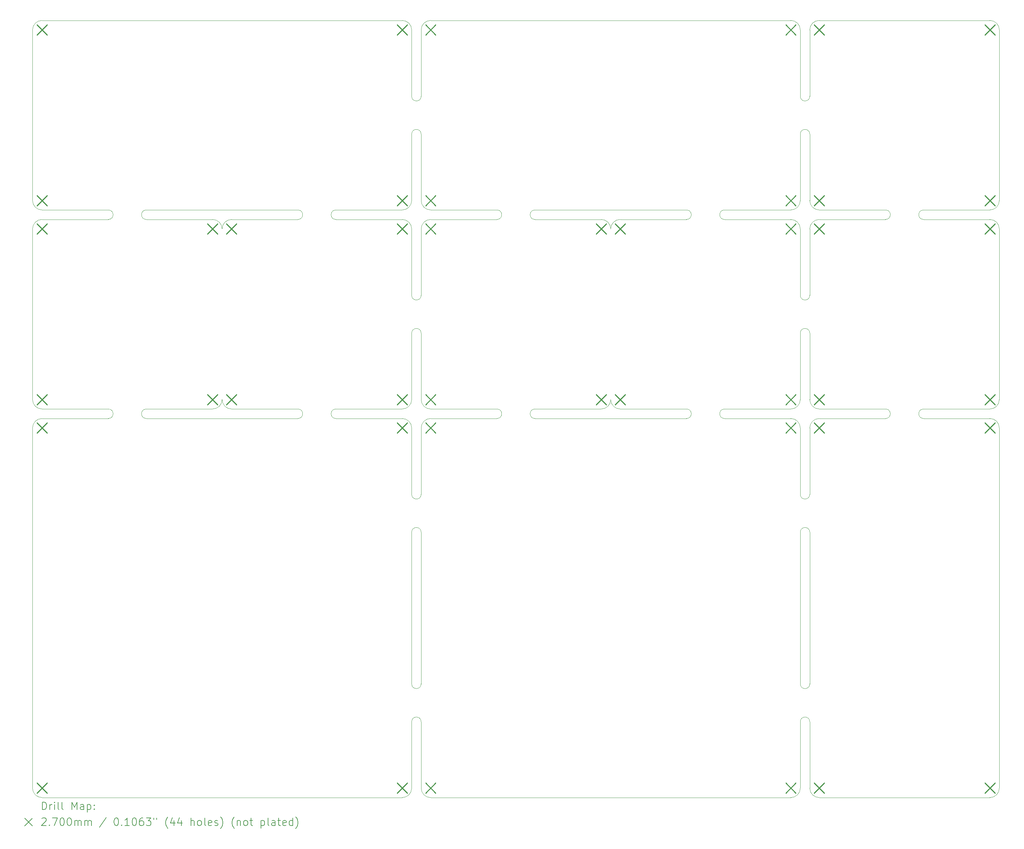
<source format=gbr>
%TF.GenerationSoftware,KiCad,Pcbnew,7.0.7*%
%TF.CreationDate,2023-10-11T15:53:21+01:00*%
%TF.ProjectId,Ru-PerfBoard,52752d50-6572-4664-926f-6172642e6b69,rev?*%
%TF.SameCoordinates,Original*%
%TF.FileFunction,Drillmap*%
%TF.FilePolarity,Positive*%
%FSLAX45Y45*%
G04 Gerber Fmt 4.5, Leading zero omitted, Abs format (unit mm)*
G04 Created by KiCad (PCBNEW 7.0.7) date 2023-10-11 15:53:21*
%MOMM*%
%LPD*%
G01*
G04 APERTURE LIST*
%ADD10C,0.100000*%
%ADD11C,0.200000*%
%ADD12C,0.270000*%
G04 APERTURE END LIST*
D10*
X7750000Y-3000000D02*
X17250000Y-3000000D01*
X33000000Y-13750000D02*
G75*
G03*
X32750000Y-13500000I-250000J0D01*
G01*
X32750000Y-13500000D02*
X31000000Y-13500000D01*
X17750000Y-7750000D02*
G75*
G03*
X18000000Y-8000000I250000J0D01*
G01*
X28000000Y-13750000D02*
X28000000Y-15500000D01*
X9500000Y-13500000D02*
X7750000Y-13500000D01*
X14500000Y-8250000D02*
G75*
G03*
X14500000Y-8000000I0J125000D01*
G01*
X31000000Y-13250000D02*
X32750000Y-13250000D01*
X27750000Y-20500000D02*
G75*
G03*
X28000000Y-20500000I125000J0D01*
G01*
X28250000Y-13500000D02*
X30000000Y-13500000D01*
X22750000Y-13000000D02*
G75*
G03*
X23000000Y-13250000I250000J0D01*
G01*
X33000000Y-7750000D02*
X33000000Y-3250000D01*
X33000000Y-3250000D02*
G75*
G03*
X32750000Y-3000000I-250000J0D01*
G01*
X27750000Y-3250000D02*
G75*
G03*
X27500000Y-3000000I-250000J0D01*
G01*
X17500000Y-21500000D02*
X17500000Y-23250000D01*
X14500000Y-13500000D02*
G75*
G03*
X14500000Y-13250000I0J125000D01*
G01*
X25750000Y-8000000D02*
X27500000Y-8000000D01*
X14500000Y-8000000D02*
X12750000Y-8000000D01*
X23000000Y-8000000D02*
X22500000Y-8000000D01*
X28250000Y-8250000D02*
X30000000Y-8250000D01*
X28000000Y-21500000D02*
G75*
G03*
X27750000Y-21500000I-125000J0D01*
G01*
X28000000Y-18750000D02*
X28000000Y-18250000D01*
X27750000Y-20500000D02*
X27750000Y-18750000D01*
X17500000Y-18750000D02*
X17500000Y-18250000D01*
X24750000Y-13500000D02*
G75*
G03*
X24750000Y-13250000I0J125000D01*
G01*
X20750000Y-13250000D02*
G75*
G03*
X20750000Y-13500000I0J-125000D01*
G01*
X17500000Y-13750000D02*
G75*
G03*
X17250000Y-13500000I-250000J0D01*
G01*
X9500000Y-8250000D02*
G75*
G03*
X9500000Y-8000000I0J125000D01*
G01*
X12500000Y-13000000D02*
G75*
G03*
X12750000Y-13250000I250000J0D01*
G01*
X17750000Y-13000000D02*
X17750000Y-11250000D01*
X15500000Y-13250000D02*
G75*
G03*
X15500000Y-13500000I0J-125000D01*
G01*
X18000000Y-3000000D02*
X27500000Y-3000000D01*
X17250000Y-23500000D02*
G75*
G03*
X17500000Y-23250000I0J250000D01*
G01*
X12750000Y-8250000D02*
X14500000Y-8250000D01*
X31000000Y-8000000D02*
G75*
G03*
X31000000Y-8250000I0J-125000D01*
G01*
X30000000Y-13250000D02*
X28250000Y-13250000D01*
X7500000Y-13000000D02*
X7500000Y-8500000D01*
X27750000Y-5000000D02*
G75*
G03*
X28000000Y-5000000I125000J0D01*
G01*
X25750000Y-13250000D02*
X27500000Y-13250000D01*
X10500000Y-8000000D02*
X12250000Y-8000000D01*
X17750000Y-21500000D02*
G75*
G03*
X17500000Y-21500000I-125000J0D01*
G01*
X17750000Y-23250000D02*
G75*
G03*
X18000000Y-23500000I250000J0D01*
G01*
X15500000Y-8000000D02*
X17250000Y-8000000D01*
X32750000Y-23500000D02*
G75*
G03*
X33000000Y-23250000I0J250000D01*
G01*
X28000000Y-18250000D02*
X28000000Y-16500000D01*
X7500000Y-23250000D02*
X7500000Y-13750000D01*
X17500000Y-20500000D02*
X17500000Y-18750000D01*
X27500000Y-23500000D02*
G75*
G03*
X27750000Y-23250000I0J250000D01*
G01*
X20750000Y-8000000D02*
X22500000Y-8000000D01*
X32750000Y-13250000D02*
G75*
G03*
X33000000Y-13000000I0J250000D01*
G01*
X7750000Y-8250000D02*
G75*
G03*
X7500000Y-8500000I0J-250000D01*
G01*
X12750000Y-13250000D02*
X14500000Y-13250000D01*
X17750000Y-11250000D02*
G75*
G03*
X17500000Y-11250000I-125000J0D01*
G01*
X17250000Y-23500000D02*
X7750000Y-23500000D01*
X12750000Y-8250000D02*
G75*
G03*
X12500000Y-8500000I0J-250000D01*
G01*
X23000000Y-13500000D02*
X24750000Y-13500000D01*
X7750000Y-13250000D02*
X9500000Y-13250000D01*
X27500000Y-8000000D02*
G75*
G03*
X27750000Y-7750000I0J250000D01*
G01*
X28000000Y-23250000D02*
G75*
G03*
X28250000Y-23500000I250000J0D01*
G01*
X17500000Y-8500000D02*
G75*
G03*
X17250000Y-8250000I-250000J0D01*
G01*
X27750000Y-13750000D02*
G75*
G03*
X27500000Y-13500000I-250000J0D01*
G01*
X17750000Y-18750000D02*
X17750000Y-20500000D01*
X12500000Y-8500000D02*
G75*
G03*
X12250000Y-8250000I-250000J0D01*
G01*
X17500000Y-5000000D02*
X17500000Y-3250000D01*
X20750000Y-13250000D02*
X22500000Y-13250000D01*
X22500000Y-13500000D02*
X20750000Y-13500000D01*
X22750000Y-8500000D02*
G75*
G03*
X22500000Y-8250000I-250000J0D01*
G01*
X17500000Y-15500000D02*
X17500000Y-13750000D01*
X27500000Y-23500000D02*
X18000000Y-23500000D01*
X23000000Y-8250000D02*
X24750000Y-8250000D01*
X17750000Y-23250000D02*
X17750000Y-21500000D01*
X27750000Y-10250000D02*
X27750000Y-8500000D01*
X28000000Y-3250000D02*
X28000000Y-5000000D01*
X7500000Y-7750000D02*
G75*
G03*
X7750000Y-8000000I250000J0D01*
G01*
X7750000Y-8250000D02*
X9500000Y-8250000D01*
X12250000Y-13500000D02*
X12750000Y-13500000D01*
X19750000Y-13250000D02*
X18000000Y-13250000D01*
X28000000Y-11250000D02*
G75*
G03*
X27750000Y-11250000I-125000J0D01*
G01*
X17750000Y-13750000D02*
X17750000Y-15500000D01*
X28000000Y-8500000D02*
X28000000Y-10250000D01*
X15500000Y-13500000D02*
X17250000Y-13500000D01*
X27750000Y-6000000D02*
X27750000Y-7750000D01*
X33000000Y-13750000D02*
X33000000Y-23250000D01*
X19750000Y-8250000D02*
G75*
G03*
X19750000Y-8000000I0J125000D01*
G01*
X12250000Y-8000000D02*
X12750000Y-8000000D01*
X33000000Y-8500000D02*
G75*
G03*
X32750000Y-8250000I-250000J0D01*
G01*
X28250000Y-3000000D02*
X32750000Y-3000000D01*
X20750000Y-8000000D02*
G75*
G03*
X20750000Y-8250000I0J-125000D01*
G01*
X17500000Y-3250000D02*
G75*
G03*
X17250000Y-3000000I-250000J0D01*
G01*
X12250000Y-13250000D02*
G75*
G03*
X12500000Y-13000000I0J250000D01*
G01*
X30000000Y-8000000D02*
X28250000Y-8000000D01*
X15500000Y-8000000D02*
G75*
G03*
X15500000Y-8250000I0J-125000D01*
G01*
X17500000Y-11250000D02*
X17500000Y-13000000D01*
X7750000Y-3000000D02*
G75*
G03*
X7500000Y-3250000I0J-250000D01*
G01*
X23000000Y-13500000D02*
X22500000Y-13500000D01*
X30000000Y-13500000D02*
G75*
G03*
X30000000Y-13250000I0J125000D01*
G01*
X19750000Y-8000000D02*
X18000000Y-8000000D01*
X7500000Y-7750000D02*
X7500000Y-3250000D01*
X7750000Y-13500000D02*
G75*
G03*
X7500000Y-13750000I0J-250000D01*
G01*
X31000000Y-8000000D02*
X32750000Y-8000000D01*
X28250000Y-8250000D02*
G75*
G03*
X28000000Y-8500000I0J-250000D01*
G01*
X28000000Y-16500000D02*
G75*
G03*
X27750000Y-16500000I-125000J0D01*
G01*
X19750000Y-13500000D02*
G75*
G03*
X19750000Y-13250000I0J125000D01*
G01*
X17500000Y-20500000D02*
G75*
G03*
X17750000Y-20500000I125000J0D01*
G01*
X27500000Y-8250000D02*
X25750000Y-8250000D01*
X31000000Y-13250000D02*
G75*
G03*
X31000000Y-13500000I0J-125000D01*
G01*
X27750000Y-11250000D02*
X27750000Y-13000000D01*
X32750000Y-8250000D02*
X31000000Y-8250000D01*
X28000000Y-7750000D02*
G75*
G03*
X28250000Y-8000000I250000J0D01*
G01*
X24750000Y-8000000D02*
X23000000Y-8000000D01*
X17250000Y-13250000D02*
X15500000Y-13250000D01*
X17500000Y-16500000D02*
X17500000Y-18250000D01*
X27750000Y-16500000D02*
X27750000Y-18250000D01*
X28000000Y-13000000D02*
G75*
G03*
X28250000Y-13250000I250000J0D01*
G01*
X9500000Y-8000000D02*
X7750000Y-8000000D01*
X28000000Y-7750000D02*
X28000000Y-6000000D01*
X28250000Y-23500000D02*
X32750000Y-23500000D01*
X7500000Y-13000000D02*
G75*
G03*
X7750000Y-13250000I250000J0D01*
G01*
X17500000Y-10250000D02*
X17500000Y-8500000D01*
X22500000Y-13250000D02*
G75*
G03*
X22750000Y-13000000I0J250000D01*
G01*
X17750000Y-16500000D02*
G75*
G03*
X17500000Y-16500000I-125000J0D01*
G01*
X27750000Y-5000000D02*
X27750000Y-3250000D01*
X14500000Y-13500000D02*
X12750000Y-13500000D01*
X17750000Y-3250000D02*
X17750000Y-5000000D01*
X17750000Y-8500000D02*
X17750000Y-10250000D01*
X27750000Y-8500000D02*
G75*
G03*
X27500000Y-8250000I-250000J0D01*
G01*
X7500000Y-23250000D02*
G75*
G03*
X7750000Y-23500000I250000J0D01*
G01*
X17750000Y-18250000D02*
X17750000Y-16500000D01*
X17250000Y-8000000D02*
G75*
G03*
X17500000Y-7750000I0J250000D01*
G01*
X9500000Y-13500000D02*
G75*
G03*
X9500000Y-13250000I0J125000D01*
G01*
X25750000Y-13250000D02*
G75*
G03*
X25750000Y-13500000I0J-125000D01*
G01*
X18000000Y-3000000D02*
G75*
G03*
X17750000Y-3250000I0J-250000D01*
G01*
X17250000Y-8250000D02*
X15500000Y-8250000D01*
X18000000Y-8250000D02*
X19750000Y-8250000D01*
X32750000Y-8000000D02*
G75*
G03*
X33000000Y-7750000I0J250000D01*
G01*
X17500000Y-15500000D02*
G75*
G03*
X17750000Y-15500000I125000J0D01*
G01*
X27500000Y-13500000D02*
X25750000Y-13500000D01*
X10500000Y-13250000D02*
G75*
G03*
X10500000Y-13500000I0J-125000D01*
G01*
X23000000Y-8250000D02*
G75*
G03*
X22750000Y-8500000I0J-250000D01*
G01*
X10500000Y-13500000D02*
X12250000Y-13500000D01*
X30000000Y-8250000D02*
G75*
G03*
X30000000Y-8000000I0J125000D01*
G01*
X12250000Y-8250000D02*
X10500000Y-8250000D01*
X24750000Y-8250000D02*
G75*
G03*
X24750000Y-8000000I0J125000D01*
G01*
X28250000Y-13500000D02*
G75*
G03*
X28000000Y-13750000I0J-250000D01*
G01*
X27750000Y-15500000D02*
G75*
G03*
X28000000Y-15500000I125000J0D01*
G01*
X17500000Y-6000000D02*
X17500000Y-7750000D01*
X28250000Y-3000000D02*
G75*
G03*
X28000000Y-3250000I0J-250000D01*
G01*
X12250000Y-13250000D02*
X10500000Y-13250000D01*
X28000000Y-6000000D02*
G75*
G03*
X27750000Y-6000000I-125000J0D01*
G01*
X24750000Y-13250000D02*
X23000000Y-13250000D01*
X17500000Y-5000000D02*
G75*
G03*
X17750000Y-5000000I125000J0D01*
G01*
X27750000Y-15500000D02*
X27750000Y-13750000D01*
X28000000Y-18750000D02*
X28000000Y-20500000D01*
X27750000Y-18250000D02*
X27750000Y-18750000D01*
X18000000Y-13500000D02*
X19750000Y-13500000D01*
X27750000Y-21500000D02*
X27750000Y-23250000D01*
X18000000Y-13500000D02*
G75*
G03*
X17750000Y-13750000I0J-250000D01*
G01*
X28000000Y-13000000D02*
X28000000Y-11250000D01*
X17750000Y-18250000D02*
X17750000Y-18750000D01*
X22500000Y-8250000D02*
X20750000Y-8250000D01*
X27500000Y-13250000D02*
G75*
G03*
X27750000Y-13000000I0J250000D01*
G01*
X17500000Y-10250000D02*
G75*
G03*
X17750000Y-10250000I125000J0D01*
G01*
X33000000Y-13000000D02*
X33000000Y-8500000D01*
X27750000Y-10250000D02*
G75*
G03*
X28000000Y-10250000I125000J0D01*
G01*
X10500000Y-8000000D02*
G75*
G03*
X10500000Y-8250000I0J-125000D01*
G01*
X18000000Y-8250000D02*
G75*
G03*
X17750000Y-8500000I0J-250000D01*
G01*
X25750000Y-8000000D02*
G75*
G03*
X25750000Y-8250000I0J-125000D01*
G01*
X28000000Y-23250000D02*
X28000000Y-21500000D01*
X17250000Y-13250000D02*
G75*
G03*
X17500000Y-13000000I0J250000D01*
G01*
X17750000Y-6000000D02*
G75*
G03*
X17500000Y-6000000I-125000J0D01*
G01*
X17750000Y-13000000D02*
G75*
G03*
X18000000Y-13250000I250000J0D01*
G01*
X17750000Y-7750000D02*
X17750000Y-6000000D01*
D11*
D12*
X7615000Y-3115000D02*
X7885000Y-3385000D01*
X7885000Y-3115000D02*
X7615000Y-3385000D01*
X7615000Y-7615000D02*
X7885000Y-7885000D01*
X7885000Y-7615000D02*
X7615000Y-7885000D01*
X7615000Y-8365000D02*
X7885000Y-8635000D01*
X7885000Y-8365000D02*
X7615000Y-8635000D01*
X7615000Y-12865000D02*
X7885000Y-13135000D01*
X7885000Y-12865000D02*
X7615000Y-13135000D01*
X7615000Y-13615000D02*
X7885000Y-13885000D01*
X7885000Y-13615000D02*
X7615000Y-13885000D01*
X7615000Y-23115000D02*
X7885000Y-23385000D01*
X7885000Y-23115000D02*
X7615000Y-23385000D01*
X12115000Y-8365000D02*
X12385000Y-8635000D01*
X12385000Y-8365000D02*
X12115000Y-8635000D01*
X12115000Y-12865000D02*
X12385000Y-13135000D01*
X12385000Y-12865000D02*
X12115000Y-13135000D01*
X12615000Y-8365000D02*
X12885000Y-8635000D01*
X12885000Y-8365000D02*
X12615000Y-8635000D01*
X12615000Y-12865000D02*
X12885000Y-13135000D01*
X12885000Y-12865000D02*
X12615000Y-13135000D01*
X17115000Y-3115000D02*
X17385000Y-3385000D01*
X17385000Y-3115000D02*
X17115000Y-3385000D01*
X17115000Y-7615000D02*
X17385000Y-7885000D01*
X17385000Y-7615000D02*
X17115000Y-7885000D01*
X17115000Y-8365000D02*
X17385000Y-8635000D01*
X17385000Y-8365000D02*
X17115000Y-8635000D01*
X17115000Y-12865000D02*
X17385000Y-13135000D01*
X17385000Y-12865000D02*
X17115000Y-13135000D01*
X17115000Y-13615000D02*
X17385000Y-13885000D01*
X17385000Y-13615000D02*
X17115000Y-13885000D01*
X17115000Y-23115000D02*
X17385000Y-23385000D01*
X17385000Y-23115000D02*
X17115000Y-23385000D01*
X17865000Y-3115000D02*
X18135000Y-3385000D01*
X18135000Y-3115000D02*
X17865000Y-3385000D01*
X17865000Y-7615000D02*
X18135000Y-7885000D01*
X18135000Y-7615000D02*
X17865000Y-7885000D01*
X17865000Y-8365000D02*
X18135000Y-8635000D01*
X18135000Y-8365000D02*
X17865000Y-8635000D01*
X17865000Y-12865000D02*
X18135000Y-13135000D01*
X18135000Y-12865000D02*
X17865000Y-13135000D01*
X17865000Y-13615000D02*
X18135000Y-13885000D01*
X18135000Y-13615000D02*
X17865000Y-13885000D01*
X17865000Y-23115000D02*
X18135000Y-23385000D01*
X18135000Y-23115000D02*
X17865000Y-23385000D01*
X22365000Y-8365000D02*
X22635000Y-8635000D01*
X22635000Y-8365000D02*
X22365000Y-8635000D01*
X22365000Y-12865000D02*
X22635000Y-13135000D01*
X22635000Y-12865000D02*
X22365000Y-13135000D01*
X22865000Y-8365000D02*
X23135000Y-8635000D01*
X23135000Y-8365000D02*
X22865000Y-8635000D01*
X22865000Y-12865000D02*
X23135000Y-13135000D01*
X23135000Y-12865000D02*
X22865000Y-13135000D01*
X27365000Y-3115000D02*
X27635000Y-3385000D01*
X27635000Y-3115000D02*
X27365000Y-3385000D01*
X27365000Y-7615000D02*
X27635000Y-7885000D01*
X27635000Y-7615000D02*
X27365000Y-7885000D01*
X27365000Y-8365000D02*
X27635000Y-8635000D01*
X27635000Y-8365000D02*
X27365000Y-8635000D01*
X27365000Y-12865000D02*
X27635000Y-13135000D01*
X27635000Y-12865000D02*
X27365000Y-13135000D01*
X27365000Y-13615000D02*
X27635000Y-13885000D01*
X27635000Y-13615000D02*
X27365000Y-13885000D01*
X27365000Y-23115000D02*
X27635000Y-23385000D01*
X27635000Y-23115000D02*
X27365000Y-23385000D01*
X28115000Y-3115000D02*
X28385000Y-3385000D01*
X28385000Y-3115000D02*
X28115000Y-3385000D01*
X28115000Y-7615000D02*
X28385000Y-7885000D01*
X28385000Y-7615000D02*
X28115000Y-7885000D01*
X28115000Y-8365000D02*
X28385000Y-8635000D01*
X28385000Y-8365000D02*
X28115000Y-8635000D01*
X28115000Y-12865000D02*
X28385000Y-13135000D01*
X28385000Y-12865000D02*
X28115000Y-13135000D01*
X28115000Y-13615000D02*
X28385000Y-13885000D01*
X28385000Y-13615000D02*
X28115000Y-13885000D01*
X28115000Y-23115000D02*
X28385000Y-23385000D01*
X28385000Y-23115000D02*
X28115000Y-23385000D01*
X32615000Y-3115000D02*
X32885000Y-3385000D01*
X32885000Y-3115000D02*
X32615000Y-3385000D01*
X32615000Y-7615000D02*
X32885000Y-7885000D01*
X32885000Y-7615000D02*
X32615000Y-7885000D01*
X32615000Y-8365000D02*
X32885000Y-8635000D01*
X32885000Y-8365000D02*
X32615000Y-8635000D01*
X32615000Y-12865000D02*
X32885000Y-13135000D01*
X32885000Y-12865000D02*
X32615000Y-13135000D01*
X32615000Y-13615000D02*
X32885000Y-13885000D01*
X32885000Y-13615000D02*
X32615000Y-13885000D01*
X32615000Y-23115000D02*
X32885000Y-23385000D01*
X32885000Y-23115000D02*
X32615000Y-23385000D01*
D11*
X7755777Y-23816484D02*
X7755777Y-23616484D01*
X7755777Y-23616484D02*
X7803396Y-23616484D01*
X7803396Y-23616484D02*
X7831967Y-23626008D01*
X7831967Y-23626008D02*
X7851015Y-23645055D01*
X7851015Y-23645055D02*
X7860539Y-23664103D01*
X7860539Y-23664103D02*
X7870062Y-23702198D01*
X7870062Y-23702198D02*
X7870062Y-23730769D01*
X7870062Y-23730769D02*
X7860539Y-23768865D01*
X7860539Y-23768865D02*
X7851015Y-23787912D01*
X7851015Y-23787912D02*
X7831967Y-23806960D01*
X7831967Y-23806960D02*
X7803396Y-23816484D01*
X7803396Y-23816484D02*
X7755777Y-23816484D01*
X7955777Y-23816484D02*
X7955777Y-23683150D01*
X7955777Y-23721246D02*
X7965301Y-23702198D01*
X7965301Y-23702198D02*
X7974824Y-23692674D01*
X7974824Y-23692674D02*
X7993872Y-23683150D01*
X7993872Y-23683150D02*
X8012920Y-23683150D01*
X8079586Y-23816484D02*
X8079586Y-23683150D01*
X8079586Y-23616484D02*
X8070062Y-23626008D01*
X8070062Y-23626008D02*
X8079586Y-23635531D01*
X8079586Y-23635531D02*
X8089110Y-23626008D01*
X8089110Y-23626008D02*
X8079586Y-23616484D01*
X8079586Y-23616484D02*
X8079586Y-23635531D01*
X8203396Y-23816484D02*
X8184348Y-23806960D01*
X8184348Y-23806960D02*
X8174824Y-23787912D01*
X8174824Y-23787912D02*
X8174824Y-23616484D01*
X8308158Y-23816484D02*
X8289110Y-23806960D01*
X8289110Y-23806960D02*
X8279586Y-23787912D01*
X8279586Y-23787912D02*
X8279586Y-23616484D01*
X8536729Y-23816484D02*
X8536729Y-23616484D01*
X8536729Y-23616484D02*
X8603396Y-23759341D01*
X8603396Y-23759341D02*
X8670063Y-23616484D01*
X8670063Y-23616484D02*
X8670063Y-23816484D01*
X8851015Y-23816484D02*
X8851015Y-23711722D01*
X8851015Y-23711722D02*
X8841491Y-23692674D01*
X8841491Y-23692674D02*
X8822444Y-23683150D01*
X8822444Y-23683150D02*
X8784348Y-23683150D01*
X8784348Y-23683150D02*
X8765301Y-23692674D01*
X8851015Y-23806960D02*
X8831967Y-23816484D01*
X8831967Y-23816484D02*
X8784348Y-23816484D01*
X8784348Y-23816484D02*
X8765301Y-23806960D01*
X8765301Y-23806960D02*
X8755777Y-23787912D01*
X8755777Y-23787912D02*
X8755777Y-23768865D01*
X8755777Y-23768865D02*
X8765301Y-23749817D01*
X8765301Y-23749817D02*
X8784348Y-23740293D01*
X8784348Y-23740293D02*
X8831967Y-23740293D01*
X8831967Y-23740293D02*
X8851015Y-23730769D01*
X8946253Y-23683150D02*
X8946253Y-23883150D01*
X8946253Y-23692674D02*
X8965301Y-23683150D01*
X8965301Y-23683150D02*
X9003396Y-23683150D01*
X9003396Y-23683150D02*
X9022444Y-23692674D01*
X9022444Y-23692674D02*
X9031967Y-23702198D01*
X9031967Y-23702198D02*
X9041491Y-23721246D01*
X9041491Y-23721246D02*
X9041491Y-23778388D01*
X9041491Y-23778388D02*
X9031967Y-23797436D01*
X9031967Y-23797436D02*
X9022444Y-23806960D01*
X9022444Y-23806960D02*
X9003396Y-23816484D01*
X9003396Y-23816484D02*
X8965301Y-23816484D01*
X8965301Y-23816484D02*
X8946253Y-23806960D01*
X9127205Y-23797436D02*
X9136729Y-23806960D01*
X9136729Y-23806960D02*
X9127205Y-23816484D01*
X9127205Y-23816484D02*
X9117682Y-23806960D01*
X9117682Y-23806960D02*
X9127205Y-23797436D01*
X9127205Y-23797436D02*
X9127205Y-23816484D01*
X9127205Y-23692674D02*
X9136729Y-23702198D01*
X9136729Y-23702198D02*
X9127205Y-23711722D01*
X9127205Y-23711722D02*
X9117682Y-23702198D01*
X9117682Y-23702198D02*
X9127205Y-23692674D01*
X9127205Y-23692674D02*
X9127205Y-23711722D01*
X7295000Y-24045000D02*
X7495000Y-24245000D01*
X7495000Y-24045000D02*
X7295000Y-24245000D01*
X7746253Y-24055531D02*
X7755777Y-24046008D01*
X7755777Y-24046008D02*
X7774824Y-24036484D01*
X7774824Y-24036484D02*
X7822443Y-24036484D01*
X7822443Y-24036484D02*
X7841491Y-24046008D01*
X7841491Y-24046008D02*
X7851015Y-24055531D01*
X7851015Y-24055531D02*
X7860539Y-24074579D01*
X7860539Y-24074579D02*
X7860539Y-24093627D01*
X7860539Y-24093627D02*
X7851015Y-24122198D01*
X7851015Y-24122198D02*
X7736729Y-24236484D01*
X7736729Y-24236484D02*
X7860539Y-24236484D01*
X7946253Y-24217436D02*
X7955777Y-24226960D01*
X7955777Y-24226960D02*
X7946253Y-24236484D01*
X7946253Y-24236484D02*
X7936729Y-24226960D01*
X7936729Y-24226960D02*
X7946253Y-24217436D01*
X7946253Y-24217436D02*
X7946253Y-24236484D01*
X8022443Y-24036484D02*
X8155777Y-24036484D01*
X8155777Y-24036484D02*
X8070062Y-24236484D01*
X8270062Y-24036484D02*
X8289110Y-24036484D01*
X8289110Y-24036484D02*
X8308158Y-24046008D01*
X8308158Y-24046008D02*
X8317682Y-24055531D01*
X8317682Y-24055531D02*
X8327205Y-24074579D01*
X8327205Y-24074579D02*
X8336729Y-24112674D01*
X8336729Y-24112674D02*
X8336729Y-24160293D01*
X8336729Y-24160293D02*
X8327205Y-24198388D01*
X8327205Y-24198388D02*
X8317682Y-24217436D01*
X8317682Y-24217436D02*
X8308158Y-24226960D01*
X8308158Y-24226960D02*
X8289110Y-24236484D01*
X8289110Y-24236484D02*
X8270062Y-24236484D01*
X8270062Y-24236484D02*
X8251015Y-24226960D01*
X8251015Y-24226960D02*
X8241491Y-24217436D01*
X8241491Y-24217436D02*
X8231967Y-24198388D01*
X8231967Y-24198388D02*
X8222443Y-24160293D01*
X8222443Y-24160293D02*
X8222443Y-24112674D01*
X8222443Y-24112674D02*
X8231967Y-24074579D01*
X8231967Y-24074579D02*
X8241491Y-24055531D01*
X8241491Y-24055531D02*
X8251015Y-24046008D01*
X8251015Y-24046008D02*
X8270062Y-24036484D01*
X8460539Y-24036484D02*
X8479586Y-24036484D01*
X8479586Y-24036484D02*
X8498634Y-24046008D01*
X8498634Y-24046008D02*
X8508158Y-24055531D01*
X8508158Y-24055531D02*
X8517682Y-24074579D01*
X8517682Y-24074579D02*
X8527205Y-24112674D01*
X8527205Y-24112674D02*
X8527205Y-24160293D01*
X8527205Y-24160293D02*
X8517682Y-24198388D01*
X8517682Y-24198388D02*
X8508158Y-24217436D01*
X8508158Y-24217436D02*
X8498634Y-24226960D01*
X8498634Y-24226960D02*
X8479586Y-24236484D01*
X8479586Y-24236484D02*
X8460539Y-24236484D01*
X8460539Y-24236484D02*
X8441491Y-24226960D01*
X8441491Y-24226960D02*
X8431967Y-24217436D01*
X8431967Y-24217436D02*
X8422444Y-24198388D01*
X8422444Y-24198388D02*
X8412920Y-24160293D01*
X8412920Y-24160293D02*
X8412920Y-24112674D01*
X8412920Y-24112674D02*
X8422444Y-24074579D01*
X8422444Y-24074579D02*
X8431967Y-24055531D01*
X8431967Y-24055531D02*
X8441491Y-24046008D01*
X8441491Y-24046008D02*
X8460539Y-24036484D01*
X8612920Y-24236484D02*
X8612920Y-24103150D01*
X8612920Y-24122198D02*
X8622444Y-24112674D01*
X8622444Y-24112674D02*
X8641491Y-24103150D01*
X8641491Y-24103150D02*
X8670063Y-24103150D01*
X8670063Y-24103150D02*
X8689110Y-24112674D01*
X8689110Y-24112674D02*
X8698634Y-24131722D01*
X8698634Y-24131722D02*
X8698634Y-24236484D01*
X8698634Y-24131722D02*
X8708158Y-24112674D01*
X8708158Y-24112674D02*
X8727205Y-24103150D01*
X8727205Y-24103150D02*
X8755777Y-24103150D01*
X8755777Y-24103150D02*
X8774825Y-24112674D01*
X8774825Y-24112674D02*
X8784348Y-24131722D01*
X8784348Y-24131722D02*
X8784348Y-24236484D01*
X8879586Y-24236484D02*
X8879586Y-24103150D01*
X8879586Y-24122198D02*
X8889110Y-24112674D01*
X8889110Y-24112674D02*
X8908158Y-24103150D01*
X8908158Y-24103150D02*
X8936729Y-24103150D01*
X8936729Y-24103150D02*
X8955777Y-24112674D01*
X8955777Y-24112674D02*
X8965301Y-24131722D01*
X8965301Y-24131722D02*
X8965301Y-24236484D01*
X8965301Y-24131722D02*
X8974825Y-24112674D01*
X8974825Y-24112674D02*
X8993872Y-24103150D01*
X8993872Y-24103150D02*
X9022444Y-24103150D01*
X9022444Y-24103150D02*
X9041491Y-24112674D01*
X9041491Y-24112674D02*
X9051015Y-24131722D01*
X9051015Y-24131722D02*
X9051015Y-24236484D01*
X9441491Y-24026960D02*
X9270063Y-24284103D01*
X9698634Y-24036484D02*
X9717682Y-24036484D01*
X9717682Y-24036484D02*
X9736729Y-24046008D01*
X9736729Y-24046008D02*
X9746253Y-24055531D01*
X9746253Y-24055531D02*
X9755777Y-24074579D01*
X9755777Y-24074579D02*
X9765301Y-24112674D01*
X9765301Y-24112674D02*
X9765301Y-24160293D01*
X9765301Y-24160293D02*
X9755777Y-24198388D01*
X9755777Y-24198388D02*
X9746253Y-24217436D01*
X9746253Y-24217436D02*
X9736729Y-24226960D01*
X9736729Y-24226960D02*
X9717682Y-24236484D01*
X9717682Y-24236484D02*
X9698634Y-24236484D01*
X9698634Y-24236484D02*
X9679587Y-24226960D01*
X9679587Y-24226960D02*
X9670063Y-24217436D01*
X9670063Y-24217436D02*
X9660539Y-24198388D01*
X9660539Y-24198388D02*
X9651015Y-24160293D01*
X9651015Y-24160293D02*
X9651015Y-24112674D01*
X9651015Y-24112674D02*
X9660539Y-24074579D01*
X9660539Y-24074579D02*
X9670063Y-24055531D01*
X9670063Y-24055531D02*
X9679587Y-24046008D01*
X9679587Y-24046008D02*
X9698634Y-24036484D01*
X9851015Y-24217436D02*
X9860539Y-24226960D01*
X9860539Y-24226960D02*
X9851015Y-24236484D01*
X9851015Y-24236484D02*
X9841491Y-24226960D01*
X9841491Y-24226960D02*
X9851015Y-24217436D01*
X9851015Y-24217436D02*
X9851015Y-24236484D01*
X10051015Y-24236484D02*
X9936729Y-24236484D01*
X9993872Y-24236484D02*
X9993872Y-24036484D01*
X9993872Y-24036484D02*
X9974825Y-24065055D01*
X9974825Y-24065055D02*
X9955777Y-24084103D01*
X9955777Y-24084103D02*
X9936729Y-24093627D01*
X10174825Y-24036484D02*
X10193872Y-24036484D01*
X10193872Y-24036484D02*
X10212920Y-24046008D01*
X10212920Y-24046008D02*
X10222444Y-24055531D01*
X10222444Y-24055531D02*
X10231968Y-24074579D01*
X10231968Y-24074579D02*
X10241491Y-24112674D01*
X10241491Y-24112674D02*
X10241491Y-24160293D01*
X10241491Y-24160293D02*
X10231968Y-24198388D01*
X10231968Y-24198388D02*
X10222444Y-24217436D01*
X10222444Y-24217436D02*
X10212920Y-24226960D01*
X10212920Y-24226960D02*
X10193872Y-24236484D01*
X10193872Y-24236484D02*
X10174825Y-24236484D01*
X10174825Y-24236484D02*
X10155777Y-24226960D01*
X10155777Y-24226960D02*
X10146253Y-24217436D01*
X10146253Y-24217436D02*
X10136729Y-24198388D01*
X10136729Y-24198388D02*
X10127206Y-24160293D01*
X10127206Y-24160293D02*
X10127206Y-24112674D01*
X10127206Y-24112674D02*
X10136729Y-24074579D01*
X10136729Y-24074579D02*
X10146253Y-24055531D01*
X10146253Y-24055531D02*
X10155777Y-24046008D01*
X10155777Y-24046008D02*
X10174825Y-24036484D01*
X10412920Y-24036484D02*
X10374825Y-24036484D01*
X10374825Y-24036484D02*
X10355777Y-24046008D01*
X10355777Y-24046008D02*
X10346253Y-24055531D01*
X10346253Y-24055531D02*
X10327206Y-24084103D01*
X10327206Y-24084103D02*
X10317682Y-24122198D01*
X10317682Y-24122198D02*
X10317682Y-24198388D01*
X10317682Y-24198388D02*
X10327206Y-24217436D01*
X10327206Y-24217436D02*
X10336729Y-24226960D01*
X10336729Y-24226960D02*
X10355777Y-24236484D01*
X10355777Y-24236484D02*
X10393872Y-24236484D01*
X10393872Y-24236484D02*
X10412920Y-24226960D01*
X10412920Y-24226960D02*
X10422444Y-24217436D01*
X10422444Y-24217436D02*
X10431968Y-24198388D01*
X10431968Y-24198388D02*
X10431968Y-24150769D01*
X10431968Y-24150769D02*
X10422444Y-24131722D01*
X10422444Y-24131722D02*
X10412920Y-24122198D01*
X10412920Y-24122198D02*
X10393872Y-24112674D01*
X10393872Y-24112674D02*
X10355777Y-24112674D01*
X10355777Y-24112674D02*
X10336729Y-24122198D01*
X10336729Y-24122198D02*
X10327206Y-24131722D01*
X10327206Y-24131722D02*
X10317682Y-24150769D01*
X10498634Y-24036484D02*
X10622444Y-24036484D01*
X10622444Y-24036484D02*
X10555777Y-24112674D01*
X10555777Y-24112674D02*
X10584349Y-24112674D01*
X10584349Y-24112674D02*
X10603396Y-24122198D01*
X10603396Y-24122198D02*
X10612920Y-24131722D01*
X10612920Y-24131722D02*
X10622444Y-24150769D01*
X10622444Y-24150769D02*
X10622444Y-24198388D01*
X10622444Y-24198388D02*
X10612920Y-24217436D01*
X10612920Y-24217436D02*
X10603396Y-24226960D01*
X10603396Y-24226960D02*
X10584349Y-24236484D01*
X10584349Y-24236484D02*
X10527206Y-24236484D01*
X10527206Y-24236484D02*
X10508158Y-24226960D01*
X10508158Y-24226960D02*
X10498634Y-24217436D01*
X10698634Y-24036484D02*
X10698634Y-24074579D01*
X10774825Y-24036484D02*
X10774825Y-24074579D01*
X11070063Y-24312674D02*
X11060539Y-24303150D01*
X11060539Y-24303150D02*
X11041491Y-24274579D01*
X11041491Y-24274579D02*
X11031968Y-24255531D01*
X11031968Y-24255531D02*
X11022444Y-24226960D01*
X11022444Y-24226960D02*
X11012920Y-24179341D01*
X11012920Y-24179341D02*
X11012920Y-24141246D01*
X11012920Y-24141246D02*
X11022444Y-24093627D01*
X11022444Y-24093627D02*
X11031968Y-24065055D01*
X11031968Y-24065055D02*
X11041491Y-24046008D01*
X11041491Y-24046008D02*
X11060539Y-24017436D01*
X11060539Y-24017436D02*
X11070063Y-24007912D01*
X11231968Y-24103150D02*
X11231968Y-24236484D01*
X11184349Y-24026960D02*
X11136730Y-24169817D01*
X11136730Y-24169817D02*
X11260539Y-24169817D01*
X11422444Y-24103150D02*
X11422444Y-24236484D01*
X11374825Y-24026960D02*
X11327206Y-24169817D01*
X11327206Y-24169817D02*
X11451015Y-24169817D01*
X11679587Y-24236484D02*
X11679587Y-24036484D01*
X11765301Y-24236484D02*
X11765301Y-24131722D01*
X11765301Y-24131722D02*
X11755777Y-24112674D01*
X11755777Y-24112674D02*
X11736730Y-24103150D01*
X11736730Y-24103150D02*
X11708158Y-24103150D01*
X11708158Y-24103150D02*
X11689110Y-24112674D01*
X11689110Y-24112674D02*
X11679587Y-24122198D01*
X11889110Y-24236484D02*
X11870063Y-24226960D01*
X11870063Y-24226960D02*
X11860539Y-24217436D01*
X11860539Y-24217436D02*
X11851015Y-24198388D01*
X11851015Y-24198388D02*
X11851015Y-24141246D01*
X11851015Y-24141246D02*
X11860539Y-24122198D01*
X11860539Y-24122198D02*
X11870063Y-24112674D01*
X11870063Y-24112674D02*
X11889110Y-24103150D01*
X11889110Y-24103150D02*
X11917682Y-24103150D01*
X11917682Y-24103150D02*
X11936730Y-24112674D01*
X11936730Y-24112674D02*
X11946253Y-24122198D01*
X11946253Y-24122198D02*
X11955777Y-24141246D01*
X11955777Y-24141246D02*
X11955777Y-24198388D01*
X11955777Y-24198388D02*
X11946253Y-24217436D01*
X11946253Y-24217436D02*
X11936730Y-24226960D01*
X11936730Y-24226960D02*
X11917682Y-24236484D01*
X11917682Y-24236484D02*
X11889110Y-24236484D01*
X12070063Y-24236484D02*
X12051015Y-24226960D01*
X12051015Y-24226960D02*
X12041491Y-24207912D01*
X12041491Y-24207912D02*
X12041491Y-24036484D01*
X12222444Y-24226960D02*
X12203396Y-24236484D01*
X12203396Y-24236484D02*
X12165301Y-24236484D01*
X12165301Y-24236484D02*
X12146253Y-24226960D01*
X12146253Y-24226960D02*
X12136730Y-24207912D01*
X12136730Y-24207912D02*
X12136730Y-24131722D01*
X12136730Y-24131722D02*
X12146253Y-24112674D01*
X12146253Y-24112674D02*
X12165301Y-24103150D01*
X12165301Y-24103150D02*
X12203396Y-24103150D01*
X12203396Y-24103150D02*
X12222444Y-24112674D01*
X12222444Y-24112674D02*
X12231968Y-24131722D01*
X12231968Y-24131722D02*
X12231968Y-24150769D01*
X12231968Y-24150769D02*
X12136730Y-24169817D01*
X12308158Y-24226960D02*
X12327206Y-24236484D01*
X12327206Y-24236484D02*
X12365301Y-24236484D01*
X12365301Y-24236484D02*
X12384349Y-24226960D01*
X12384349Y-24226960D02*
X12393872Y-24207912D01*
X12393872Y-24207912D02*
X12393872Y-24198388D01*
X12393872Y-24198388D02*
X12384349Y-24179341D01*
X12384349Y-24179341D02*
X12365301Y-24169817D01*
X12365301Y-24169817D02*
X12336730Y-24169817D01*
X12336730Y-24169817D02*
X12317682Y-24160293D01*
X12317682Y-24160293D02*
X12308158Y-24141246D01*
X12308158Y-24141246D02*
X12308158Y-24131722D01*
X12308158Y-24131722D02*
X12317682Y-24112674D01*
X12317682Y-24112674D02*
X12336730Y-24103150D01*
X12336730Y-24103150D02*
X12365301Y-24103150D01*
X12365301Y-24103150D02*
X12384349Y-24112674D01*
X12460539Y-24312674D02*
X12470063Y-24303150D01*
X12470063Y-24303150D02*
X12489111Y-24274579D01*
X12489111Y-24274579D02*
X12498634Y-24255531D01*
X12498634Y-24255531D02*
X12508158Y-24226960D01*
X12508158Y-24226960D02*
X12517682Y-24179341D01*
X12517682Y-24179341D02*
X12517682Y-24141246D01*
X12517682Y-24141246D02*
X12508158Y-24093627D01*
X12508158Y-24093627D02*
X12498634Y-24065055D01*
X12498634Y-24065055D02*
X12489111Y-24046008D01*
X12489111Y-24046008D02*
X12470063Y-24017436D01*
X12470063Y-24017436D02*
X12460539Y-24007912D01*
X12822444Y-24312674D02*
X12812920Y-24303150D01*
X12812920Y-24303150D02*
X12793872Y-24274579D01*
X12793872Y-24274579D02*
X12784349Y-24255531D01*
X12784349Y-24255531D02*
X12774825Y-24226960D01*
X12774825Y-24226960D02*
X12765301Y-24179341D01*
X12765301Y-24179341D02*
X12765301Y-24141246D01*
X12765301Y-24141246D02*
X12774825Y-24093627D01*
X12774825Y-24093627D02*
X12784349Y-24065055D01*
X12784349Y-24065055D02*
X12793872Y-24046008D01*
X12793872Y-24046008D02*
X12812920Y-24017436D01*
X12812920Y-24017436D02*
X12822444Y-24007912D01*
X12898634Y-24103150D02*
X12898634Y-24236484D01*
X12898634Y-24122198D02*
X12908158Y-24112674D01*
X12908158Y-24112674D02*
X12927206Y-24103150D01*
X12927206Y-24103150D02*
X12955777Y-24103150D01*
X12955777Y-24103150D02*
X12974825Y-24112674D01*
X12974825Y-24112674D02*
X12984349Y-24131722D01*
X12984349Y-24131722D02*
X12984349Y-24236484D01*
X13108158Y-24236484D02*
X13089111Y-24226960D01*
X13089111Y-24226960D02*
X13079587Y-24217436D01*
X13079587Y-24217436D02*
X13070063Y-24198388D01*
X13070063Y-24198388D02*
X13070063Y-24141246D01*
X13070063Y-24141246D02*
X13079587Y-24122198D01*
X13079587Y-24122198D02*
X13089111Y-24112674D01*
X13089111Y-24112674D02*
X13108158Y-24103150D01*
X13108158Y-24103150D02*
X13136730Y-24103150D01*
X13136730Y-24103150D02*
X13155777Y-24112674D01*
X13155777Y-24112674D02*
X13165301Y-24122198D01*
X13165301Y-24122198D02*
X13174825Y-24141246D01*
X13174825Y-24141246D02*
X13174825Y-24198388D01*
X13174825Y-24198388D02*
X13165301Y-24217436D01*
X13165301Y-24217436D02*
X13155777Y-24226960D01*
X13155777Y-24226960D02*
X13136730Y-24236484D01*
X13136730Y-24236484D02*
X13108158Y-24236484D01*
X13231968Y-24103150D02*
X13308158Y-24103150D01*
X13260539Y-24036484D02*
X13260539Y-24207912D01*
X13260539Y-24207912D02*
X13270063Y-24226960D01*
X13270063Y-24226960D02*
X13289111Y-24236484D01*
X13289111Y-24236484D02*
X13308158Y-24236484D01*
X13527206Y-24103150D02*
X13527206Y-24303150D01*
X13527206Y-24112674D02*
X13546253Y-24103150D01*
X13546253Y-24103150D02*
X13584349Y-24103150D01*
X13584349Y-24103150D02*
X13603396Y-24112674D01*
X13603396Y-24112674D02*
X13612920Y-24122198D01*
X13612920Y-24122198D02*
X13622444Y-24141246D01*
X13622444Y-24141246D02*
X13622444Y-24198388D01*
X13622444Y-24198388D02*
X13612920Y-24217436D01*
X13612920Y-24217436D02*
X13603396Y-24226960D01*
X13603396Y-24226960D02*
X13584349Y-24236484D01*
X13584349Y-24236484D02*
X13546253Y-24236484D01*
X13546253Y-24236484D02*
X13527206Y-24226960D01*
X13736730Y-24236484D02*
X13717682Y-24226960D01*
X13717682Y-24226960D02*
X13708158Y-24207912D01*
X13708158Y-24207912D02*
X13708158Y-24036484D01*
X13898634Y-24236484D02*
X13898634Y-24131722D01*
X13898634Y-24131722D02*
X13889111Y-24112674D01*
X13889111Y-24112674D02*
X13870063Y-24103150D01*
X13870063Y-24103150D02*
X13831968Y-24103150D01*
X13831968Y-24103150D02*
X13812920Y-24112674D01*
X13898634Y-24226960D02*
X13879587Y-24236484D01*
X13879587Y-24236484D02*
X13831968Y-24236484D01*
X13831968Y-24236484D02*
X13812920Y-24226960D01*
X13812920Y-24226960D02*
X13803396Y-24207912D01*
X13803396Y-24207912D02*
X13803396Y-24188865D01*
X13803396Y-24188865D02*
X13812920Y-24169817D01*
X13812920Y-24169817D02*
X13831968Y-24160293D01*
X13831968Y-24160293D02*
X13879587Y-24160293D01*
X13879587Y-24160293D02*
X13898634Y-24150769D01*
X13965301Y-24103150D02*
X14041492Y-24103150D01*
X13993873Y-24036484D02*
X13993873Y-24207912D01*
X13993873Y-24207912D02*
X14003396Y-24226960D01*
X14003396Y-24226960D02*
X14022444Y-24236484D01*
X14022444Y-24236484D02*
X14041492Y-24236484D01*
X14184349Y-24226960D02*
X14165301Y-24236484D01*
X14165301Y-24236484D02*
X14127206Y-24236484D01*
X14127206Y-24236484D02*
X14108158Y-24226960D01*
X14108158Y-24226960D02*
X14098634Y-24207912D01*
X14098634Y-24207912D02*
X14098634Y-24131722D01*
X14098634Y-24131722D02*
X14108158Y-24112674D01*
X14108158Y-24112674D02*
X14127206Y-24103150D01*
X14127206Y-24103150D02*
X14165301Y-24103150D01*
X14165301Y-24103150D02*
X14184349Y-24112674D01*
X14184349Y-24112674D02*
X14193873Y-24131722D01*
X14193873Y-24131722D02*
X14193873Y-24150769D01*
X14193873Y-24150769D02*
X14098634Y-24169817D01*
X14365301Y-24236484D02*
X14365301Y-24036484D01*
X14365301Y-24226960D02*
X14346254Y-24236484D01*
X14346254Y-24236484D02*
X14308158Y-24236484D01*
X14308158Y-24236484D02*
X14289111Y-24226960D01*
X14289111Y-24226960D02*
X14279587Y-24217436D01*
X14279587Y-24217436D02*
X14270063Y-24198388D01*
X14270063Y-24198388D02*
X14270063Y-24141246D01*
X14270063Y-24141246D02*
X14279587Y-24122198D01*
X14279587Y-24122198D02*
X14289111Y-24112674D01*
X14289111Y-24112674D02*
X14308158Y-24103150D01*
X14308158Y-24103150D02*
X14346254Y-24103150D01*
X14346254Y-24103150D02*
X14365301Y-24112674D01*
X14441492Y-24312674D02*
X14451015Y-24303150D01*
X14451015Y-24303150D02*
X14470063Y-24274579D01*
X14470063Y-24274579D02*
X14479587Y-24255531D01*
X14479587Y-24255531D02*
X14489111Y-24226960D01*
X14489111Y-24226960D02*
X14498634Y-24179341D01*
X14498634Y-24179341D02*
X14498634Y-24141246D01*
X14498634Y-24141246D02*
X14489111Y-24093627D01*
X14489111Y-24093627D02*
X14479587Y-24065055D01*
X14479587Y-24065055D02*
X14470063Y-24046008D01*
X14470063Y-24046008D02*
X14451015Y-24017436D01*
X14451015Y-24017436D02*
X14441492Y-24007912D01*
M02*

</source>
